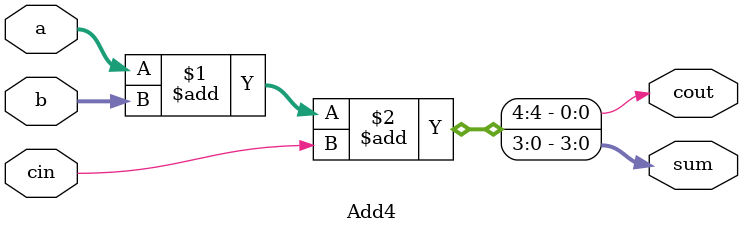
<source format=v>

module Add4(sum,cout,a,b,cin);

	input [3:0] a,b;
	input cin;
	output cout;
	output [3:0] sum;
	assign {cout, sum} = a + b + cin;
	
endmodule 


</source>
